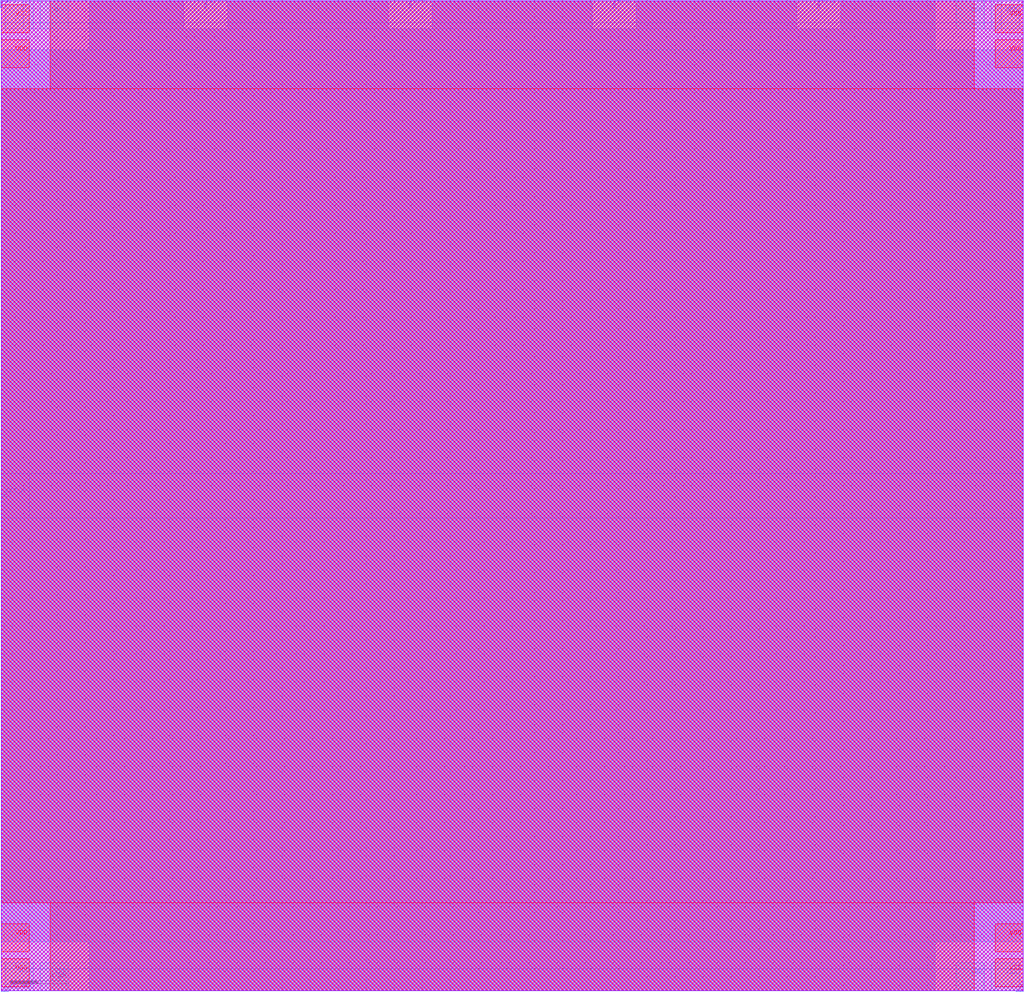
<source format=lef>
##
## LEF for PtnCells ;
## created by Innovus v20.10-p004_1 on Mon Apr  1 12:10:47 2024
##

VERSION 5.8 ;

BUSBITCHARS "[]" ;
DIVIDERCHAR "/" ;

MACRO FMDLL
  CLASS BLOCK ;
  SIZE 72.800000 BY 70.560000 ;
  FOREIGN FMDLL 0.000000 0.000000 ;
  ORIGIN 0 0 ;
  SYMMETRY X Y R90 ;
  PIN M[1]
    DIRECTION INPUT ;
    USE SIGNAL ;
    ANTENNAPARTIALMETALAREA 1.8746 LAYER M2  ;
    ANTENNAPARTIALMETALSIDEAREA 0.01339 LAYER M2  ;
    ANTENNAMODEL OXIDE1 ;
    ANTENNAGATEAREA 0.09 LAYER M2  ;
    ANTENNAMAXAREACAR 21.9022 LAYER M2  ;
    ANTENNAMAXSIDEAREACAR 0.156 LAYER M2  ;
    ANTENNAPARTIALCUTAREA 0.0169 LAYER VIA2  ;
    ANTENNAMAXCUTCAR 0.375556 LAYER VIA2  ;
    ANTENNAPARTIALMETALAREA 1.9068 LAYER M3  ;
    ANTENNAPARTIALMETALSIDEAREA 0.0139 LAYER M3  ;
    ANTENNAGATEAREA 0.241 LAYER M3  ;
    ANTENNAMAXAREACAR 40.4914 LAYER M3  ;
    ANTENNAMAXSIDEAREACAR 0.294502 LAYER M3  ;
    ANTENNAPARTIALCUTAREA 0.0169 LAYER VIA3  ;
    ANTENNAMAXCUTCAR 0.874886 LAYER VIA3  ;
    ANTENNAPARTIALMETALAREA 0.6594 LAYER M4  ;
    ANTENNAPARTIALMETALSIDEAREA 0.00485 LAYER M4  ;
    ANTENNAGATEAREA 0.241 LAYER M4  ;
    ANTENNAMAXAREACAR 43.2275 LAYER M4  ;
    ANTENNAMAXSIDEAREACAR 0.314626 LAYER M4  ;
    ANTENNAPARTIALCUTAREA 0.0169 LAYER VIA4  ;
    ANTENNAMAXCUTCAR 0.945011 LAYER VIA4  ;
    ANTENNAPARTIALMETALAREA 1.953 LAYER M5  ;
    ANTENNAPARTIALMETALSIDEAREA 0.01409 LAYER M5  ;
    ANTENNAGATEAREA 0.426 LAYER M5  ;
    ANTENNAMAXAREACAR 47.812 LAYER M5  ;
    ANTENNAMAXSIDEAREACAR 0.347701 LAYER M5  ;
    ANTENNAMAXCUTCAR 0.945011 LAYER VIA5  ;
    PORT
      LAYER M2 ;
        RECT 14.490000 70.060000 14.630000 70.560000 ;
    END
  END M[1]
  PIN M[0]
    DIRECTION INPUT ;
    USE SIGNAL ;
    ANTENNAPARTIALMETALAREA 0.9275 LAYER M2  ;
    ANTENNAPARTIALMETALSIDEAREA 0.006625 LAYER M2  ;
    ANTENNAPARTIALCUTAREA 0.0169 LAYER VIA2  ;
    ANTENNAPARTIALMETALAREA 0.7378 LAYER M3  ;
    ANTENNAPARTIALMETALSIDEAREA 0.00541 LAYER M3  ;
    ANTENNAPARTIALCUTAREA 0.0169 LAYER VIA3  ;
    ANTENNAPARTIALMETALAREA 0.07 LAYER M4  ;
    ANTENNAPARTIALMETALSIDEAREA 0.00064 LAYER M4  ;
    ANTENNAPARTIALCUTAREA 0.0169 LAYER VIA4  ;
    ANTENNAPARTIALMETALAREA 8.1858 LAYER M5  ;
    ANTENNAPARTIALMETALSIDEAREA 0.05861 LAYER M5  ;
    ANTENNAPARTIALCUTAREA 0.0169 LAYER VIA5  ;
    ANTENNAPARTIALMETALAREA 2.8546 LAYER M6  ;
    ANTENNAPARTIALMETALSIDEAREA 0.02053 LAYER M6  ;
    ANTENNAMODEL OXIDE1 ;
    ANTENNAGATEAREA 0.059 LAYER M6  ;
    ANTENNAMAXAREACAR 55.4102 LAYER M6  ;
    ANTENNAMAXSIDEAREACAR 0.40839 LAYER M6  ;
    ANTENNAMAXCUTCAR 1.4322 LAYER VIA6  ;
    PORT
      LAYER M2 ;
        RECT -0.070000 70.060000 0.070000 70.560000 ;
    END
  END M[0]
  PIN N[3]
    DIRECTION INPUT ;
    USE SIGNAL ;
    ANTENNAPARTIALMETALAREA 0.5747 LAYER M2  ;
    ANTENNAPARTIALMETALSIDEAREA 0.004105 LAYER M2  ;
    ANTENNAPARTIALCUTAREA 0.0169 LAYER VIA2  ;
    ANTENNAPARTIALMETALAREA 4.9714 LAYER M3  ;
    ANTENNAPARTIALMETALSIDEAREA 0.03565 LAYER M3  ;
    ANTENNAPARTIALCUTAREA 0.0169 LAYER VIA3  ;
    ANTENNAPARTIALMETALAREA 1.0906 LAYER M4  ;
    ANTENNAPARTIALMETALSIDEAREA 0.00793 LAYER M4  ;
    ANTENNAMODEL OXIDE1 ;
    ANTENNAGATEAREA 0.268 LAYER M4  ;
    ANTENNAMAXAREACAR 19.7241 LAYER M4  ;
    ANTENNAMAXSIDEAREACAR 0.143565 LAYER M4  ;
    ANTENNAMAXCUTCAR 0.626393 LAYER VIA4  ;
    PORT
      LAYER M2 ;
        RECT 72.730000 70.060000 72.870000 70.560000 ;
    END
  END N[3]
  PIN N[2]
    DIRECTION INPUT ;
    USE SIGNAL ;
    ANTENNAPARTIALMETALAREA 1.8319 LAYER M2  ;
    ANTENNAPARTIALMETALSIDEAREA 0.013785 LAYER M2  ;
    ANTENNAMODEL OXIDE1 ;
    ANTENNAGATEAREA 0.374 LAYER M2  ;
    ANTENNAMAXAREACAR 6.1703 LAYER M2  ;
    ANTENNAMAXSIDEAREACAR 0.0443583 LAYER M2  ;
    ANTENNAPARTIALCUTAREA 0.0169 LAYER VIA2  ;
    ANTENNAMAXCUTCAR 0.237233 LAYER VIA2  ;
    ANTENNAPARTIALMETALAREA 0.07 LAYER M3  ;
    ANTENNAPARTIALMETALSIDEAREA 0.00064 LAYER M3  ;
    ANTENNAGATEAREA 0.374 LAYER M3  ;
    ANTENNAMAXAREACAR 6.35746 LAYER M3  ;
    ANTENNAMAXSIDEAREACAR 0.0460695 LAYER M3  ;
    ANTENNAPARTIALCUTAREA 0.0169 LAYER VIA3  ;
    ANTENNAMAXCUTCAR 0.28242 LAYER VIA3  ;
    ANTENNAPARTIALMETALAREA 2.2274 LAYER M4  ;
    ANTENNAPARTIALMETALSIDEAREA 0.01605 LAYER M4  ;
    ANTENNAGATEAREA 0.374 LAYER M4  ;
    ANTENNAMAXAREACAR 12.3131 LAYER M4  ;
    ANTENNAMAXSIDEAREACAR 0.088984 LAYER M4  ;
    ANTENNAPARTIALCUTAREA 0.0169 LAYER VIA4  ;
    ANTENNAMAXCUTCAR 0.327607 LAYER VIA4  ;
    ANTENNAPARTIALMETALAREA 0.0714 LAYER M5  ;
    ANTENNAPARTIALMETALSIDEAREA 0.00065 LAYER M5  ;
    ANTENNAGATEAREA 0.374 LAYER M5  ;
    ANTENNAMAXAREACAR 12.504 LAYER M5  ;
    ANTENNAMAXSIDEAREACAR 0.0907219 LAYER M5  ;
    ANTENNAPARTIALCUTAREA 0.0169 LAYER VIA5  ;
    ANTENNAMAXCUTCAR 0.372794 LAYER VIA5  ;
    ANTENNAPARTIALMETALAREA 2.5802 LAYER M6  ;
    ANTENNAPARTIALMETALSIDEAREA 0.01857 LAYER M6  ;
    ANTENNAGATEAREA 0.514 LAYER M6  ;
    ANTENNAMAXAREACAR 17.5238 LAYER M6  ;
    ANTENNAMAXSIDEAREACAR 0.12685 LAYER M6  ;
    ANTENNAMAXCUTCAR 0.603571 LAYER VIA6  ;
    PORT
      LAYER M2 ;
        RECT 58.170000 70.060000 58.310000 70.560000 ;
    END
  END N[2]
  PIN N[1]
    DIRECTION INPUT ;
    USE SIGNAL ;
    ANTENNAPARTIALMETALAREA 2.8987 LAYER M2  ;
    ANTENNAPARTIALMETALSIDEAREA 0.021265 LAYER M2  ;
    ANTENNAMODEL OXIDE1 ;
    ANTENNAGATEAREA 0.282 LAYER M2  ;
    ANTENNAMAXAREACAR 11.5512 LAYER M2  ;
    ANTENNAMAXSIDEAREACAR 0.0829078 LAYER M2  ;
    ANTENNAPARTIALCUTAREA 0.0169 LAYER VIA2  ;
    ANTENNAMAXCUTCAR 0.251975 LAYER VIA2  ;
    ANTENNAPARTIALMETALAREA 0.07 LAYER M3  ;
    ANTENNAPARTIALMETALSIDEAREA 0.00064 LAYER M3  ;
    ANTENNAGATEAREA 0.282 LAYER M3  ;
    ANTENNAMAXAREACAR 11.7995 LAYER M3  ;
    ANTENNAMAXSIDEAREACAR 0.0851773 LAYER M3  ;
    ANTENNAPARTIALCUTAREA 0.0169 LAYER VIA3  ;
    ANTENNAMAXCUTCAR 0.311904 LAYER VIA3  ;
    ANTENNAPARTIALMETALAREA 0.2282 LAYER M4  ;
    ANTENNAPARTIALMETALSIDEAREA 0.00177 LAYER M4  ;
    ANTENNAGATEAREA 0.282 LAYER M4  ;
    ANTENNAMAXAREACAR 12.6087 LAYER M4  ;
    ANTENNAMAXSIDEAREACAR 0.0914539 LAYER M4  ;
    ANTENNAPARTIALCUTAREA 0.0169 LAYER VIA4  ;
    ANTENNAMAXCUTCAR 0.371833 LAYER VIA4  ;
    ANTENNAPARTIALMETALAREA 0.07 LAYER M5  ;
    ANTENNAPARTIALMETALSIDEAREA 0.00064 LAYER M5  ;
    ANTENNAGATEAREA 0.282 LAYER M5  ;
    ANTENNAMAXAREACAR 12.8569 LAYER M5  ;
    ANTENNAMAXSIDEAREACAR 0.0937234 LAYER M5  ;
    ANTENNAPARTIALCUTAREA 0.0169 LAYER VIA5  ;
    ANTENNAMAXCUTCAR 0.431762 LAYER VIA5  ;
    ANTENNAPARTIALMETALAREA 4.9322 LAYER M6  ;
    ANTENNAPARTIALMETALSIDEAREA 0.03537 LAYER M6  ;
    ANTENNAGATEAREA 0.422 LAYER M6  ;
    ANTENNAMAXAREACAR 24.5446 LAYER M6  ;
    ANTENNAMAXSIDEAREACAR 0.177539 LAYER M6  ;
    ANTENNAMAXCUTCAR 0.603571 LAYER VIA6  ;
    PORT
      LAYER M2 ;
        RECT 43.610000 70.060000 43.750000 70.560000 ;
    END
  END N[1]
  PIN N[0]
    DIRECTION INPUT ;
    USE SIGNAL ;
    ANTENNAPARTIALMETALAREA 3.9508 LAYER M2  ;
    ANTENNAPARTIALMETALSIDEAREA 0.0285 LAYER M2  ;
    ANTENNAMODEL OXIDE1 ;
    ANTENNAGATEAREA 0.563 LAYER M2  ;
    ANTENNAMAXAREACAR 8.96202 LAYER M2  ;
    ANTENNAMAXSIDEAREACAR 0.0652371 LAYER M2  ;
    ANTENNAPARTIALCUTAREA 0.0169 LAYER VIA2  ;
    ANTENNAMAXCUTCAR 0.290018 LAYER VIA2  ;
    ANTENNAPARTIALMETALAREA 0.5418 LAYER M3  ;
    ANTENNAPARTIALMETALSIDEAREA 0.00401 LAYER M3  ;
    ANTENNAGATEAREA 0.793 LAYER M3  ;
    ANTENNAMAXAREACAR 9.64525 LAYER M3  ;
    ANTENNAMAXSIDEAREACAR 0.0702938 LAYER M3  ;
    ANTENNAMAXCUTCAR 0.375556 LAYER VIA3  ;
    PORT
      LAYER M2 ;
        RECT 29.050000 70.060000 29.190000 70.560000 ;
    END
  END N[0]
  PIN rst_n
    DIRECTION INPUT ;
    USE SIGNAL ;
    ANTENNAPARTIALMETALAREA 1.4371 LAYER M3  ;
    ANTENNAPARTIALMETALSIDEAREA 0.010265 LAYER M3  ;
    ANTENNAMODEL OXIDE1 ;
    ANTENNAGATEAREA 0.14 LAYER M3  ;
    ANTENNAMAXAREACAR 13.3346 LAYER M3  ;
    ANTENNAMAXSIDEAREACAR 0.0950714 LAYER M3  ;
    ANTENNAMAXCUTCAR 0.241429 LAYER VIA3  ;
    PORT
      LAYER M3 ;
        RECT 0.000000 35.210000 0.500000 35.350000 ;
    END
  END rst_n
  PIN clk_ext
    DIRECTION INPUT ;
    USE SIGNAL ;
    ANTENNAPARTIALMETALAREA 0.9275 LAYER M3  ;
    ANTENNAPARTIALMETALSIDEAREA 0.006625 LAYER M3  ;
    ANTENNAPARTIALCUTAREA 0.0169 LAYER VIA3  ;
    ANTENNAPARTIALMETALAREA 6.8922 LAYER M4  ;
    ANTENNAPARTIALMETALSIDEAREA 0.04937 LAYER M4  ;
    ANTENNAMODEL OXIDE1 ;
    ANTENNAGATEAREA 0.282 LAYER M4  ;
    ANTENNAMAXAREACAR 28.2521 LAYER M4  ;
    ANTENNAMAXSIDEAREACAR 0.208238 LAYER M4  ;
    ANTENNAMAXCUTCAR 0.845 LAYER VIA4  ;
    PORT
      LAYER M3 ;
        RECT 0.000000 -0.070000 0.500000 0.070000 ;
    END
  END clk_ext
  PIN clk_out
    DIRECTION OUTPUT ;
    USE SIGNAL ;
    ANTENNAPARTIALMETALAREA 4.4947 LAYER M3  ;
    ANTENNAPARTIALMETALSIDEAREA 0.032105 LAYER M3  ;
    ANTENNAPARTIALCUTAREA 0.0169 LAYER VIA3  ;
    ANTENNAPARTIALMETALAREA 1.2082 LAYER M4  ;
    ANTENNAPARTIALMETALSIDEAREA 0.00877 LAYER M4  ;
    ANTENNAPARTIALCUTAREA 0.0169 LAYER VIA4  ;
    ANTENNAPARTIALMETALAREA 0.189 LAYER M5  ;
    ANTENNAPARTIALMETALSIDEAREA 0.00149 LAYER M5  ;
    ANTENNAPARTIALCUTAREA 0.0169 LAYER VIA5  ;
    ANTENNADIFFAREA 0.322 LAYER M6  ;
    ANTENNAPARTIALMETALAREA 3.3642 LAYER M6  ;
    ANTENNAPARTIALMETALSIDEAREA 0.02417 LAYER M6  ;
    ANTENNAMODEL OXIDE1 ;
    ANTENNAGATEAREA 1.081 LAYER M6  ;
    ANTENNAMAXAREACAR 6.77663 LAYER M6  ;
    ANTENNAMAXSIDEAREACAR 0.0495433 LAYER M6  ;
    ANTENNAMAXCUTCAR 0.141845 LAYER VIA6  ;
    PORT
      LAYER M3 ;
        RECT 72.300000 -0.070000 72.800000 0.070000 ;
    END
  END clk_out
  PIN Sel[1]
    DIRECTION OUTPUT ;
    USE SIGNAL ;
  END Sel[1]
  PIN Sel[0]
    DIRECTION OUTPUT ;
    USE SIGNAL ;
    ANTENNAPARTIALMETALAREA 1.3517 LAYER M3  ;
    ANTENNAPARTIALMETALSIDEAREA 0.009795 LAYER M3  ;
    ANTENNAMODEL OXIDE1 ;
    ANTENNAGATEAREA 0.546 LAYER M3  ;
    ANTENNAMAXAREACAR 5.19249 LAYER M3  ;
    ANTENNAMAXSIDEAREACAR 0.0380678 LAYER M3  ;
    ANTENNAPARTIALCUTAREA 0.0169 LAYER VIA3  ;
    ANTENNAMAXCUTCAR 0.12381 LAYER VIA3  ;
    ANTENNAPARTIALMETALAREA 3.4034 LAYER M4  ;
    ANTENNAPARTIALMETALSIDEAREA 0.02445 LAYER M4  ;
    ANTENNAGATEAREA 0.546 LAYER M4  ;
    ANTENNAMAXAREACAR 11.4258 LAYER M4  ;
    ANTENNAMAXSIDEAREACAR 0.082848 LAYER M4  ;
    ANTENNAPARTIALCUTAREA 0.0169 LAYER VIA4  ;
    ANTENNAMAXCUTCAR 0.154762 LAYER VIA4  ;
    ANTENNADIFFAREA 0.322 LAYER M5  ;
    ANTENNAPARTIALMETALAREA 2.5802 LAYER M5  ;
    ANTENNAPARTIALMETALSIDEAREA 0.01857 LAYER M5  ;
    ANTENNAGATEAREA 0.546 LAYER M5  ;
    ANTENNAMAXAREACAR 16.1515 LAYER M5  ;
    ANTENNAMAXSIDEAREACAR 0.116859 LAYER M5  ;
    ANTENNAMAXCUTCAR 0.154762 LAYER VIA5  ;
    PORT
      LAYER M3 ;
        RECT 0.000000 70.490000 0.500000 70.630000 ;
    END
  END Sel[0]
  PIN VDD
    DIRECTION INOUT ;
    USE POWER ;
    PORT
      LAYER M5 ;
        RECT 70.800000 65.790000 72.800000 67.790000 ;
    END
    PORT
      LAYER M5 ;
        RECT 0.000000 65.790000 2.000000 67.790000 ;
    END
    PORT
      LAYER M5 ;
        RECT 70.800000 2.770000 72.800000 4.770000 ;
    END
    PORT
      LAYER M5 ;
        RECT 0.000000 2.770000 2.000000 4.770000 ;
    END
    PORT
      LAYER M4 ;
        RECT 68.030000 68.560000 70.030000 70.560000 ;
    END
    PORT
      LAYER M4 ;
        RECT 68.030000 0.000000 70.030000 2.000000 ;
    END
    PORT
      LAYER M4 ;
        RECT 2.770000 68.560000 4.770000 70.560000 ;
    END
    PORT
      LAYER M4 ;
        RECT 2.770000 0.000000 4.770000 2.000000 ;
    END
  END VDD
  PIN VSS
    DIRECTION INOUT ;
    USE GROUND ;
    PORT
      LAYER M5 ;
        RECT 70.800000 68.290000 72.800000 70.290000 ;
    END
    PORT
      LAYER M5 ;
        RECT 0.000000 68.290000 2.000000 70.290000 ;
    END
    PORT
      LAYER M5 ;
        RECT 70.800000 0.270000 72.800000 2.270000 ;
    END
    PORT
      LAYER M5 ;
        RECT 0.000000 0.270000 2.000000 2.270000 ;
    END
    PORT
      LAYER M4 ;
        RECT 70.530000 68.560000 72.530000 70.560000 ;
    END
    PORT
      LAYER M4 ;
        RECT 70.530000 0.000000 72.530000 2.000000 ;
    END
    PORT
      LAYER M4 ;
        RECT 0.270000 68.560000 2.270000 70.560000 ;
    END
    PORT
      LAYER M4 ;
        RECT 0.270000 0.000000 2.270000 2.000000 ;
    END
  END VSS
  OBS
    LAYER M1 ;
      RECT 0.000000 0.000000 72.800000 70.560000 ;
    LAYER M2 ;
      RECT 59.810000 68.560000 71.230000 70.560000 ;
      RECT 45.250000 68.560000 56.670000 70.560000 ;
      RECT 30.690000 68.560000 42.110000 70.560000 ;
      RECT 16.130000 68.560000 27.550000 70.560000 ;
      RECT 1.570000 68.560000 12.990000 70.560000 ;
      RECT 0.000000 0.000000 72.800000 68.560000 ;
    LAYER M3 ;
      RECT 2.000000 68.990000 72.800000 70.560000 ;
      RECT 0.000000 36.850000 72.800000 68.990000 ;
      RECT 2.000000 33.710000 72.800000 36.850000 ;
      RECT 0.000000 1.570000 72.800000 33.710000 ;
      RECT 2.000000 0.000000 70.800000 1.570000 ;
    LAYER M4 ;
      RECT 6.270000 67.060000 66.530000 70.560000 ;
      RECT 0.000000 3.500000 72.800000 67.060000 ;
      RECT 6.270000 0.000000 66.530000 3.500000 ;
    LAYER M5 ;
      RECT 3.500000 64.290000 69.300000 70.560000 ;
      RECT 0.000000 6.270000 72.800000 64.290000 ;
      RECT 3.500000 0.000000 69.300000 6.270000 ;
    LAYER M6 ;
      RECT 0.000000 0.000000 72.800000 70.560000 ;
    LAYER M7 ;
      RECT 0.000000 0.000000 72.800000 70.560000 ;
    LAYER M8 ;
      RECT 0.000000 0.000000 72.800000 70.560000 ;
  END
END FMDLL

END LIBRARY

</source>
